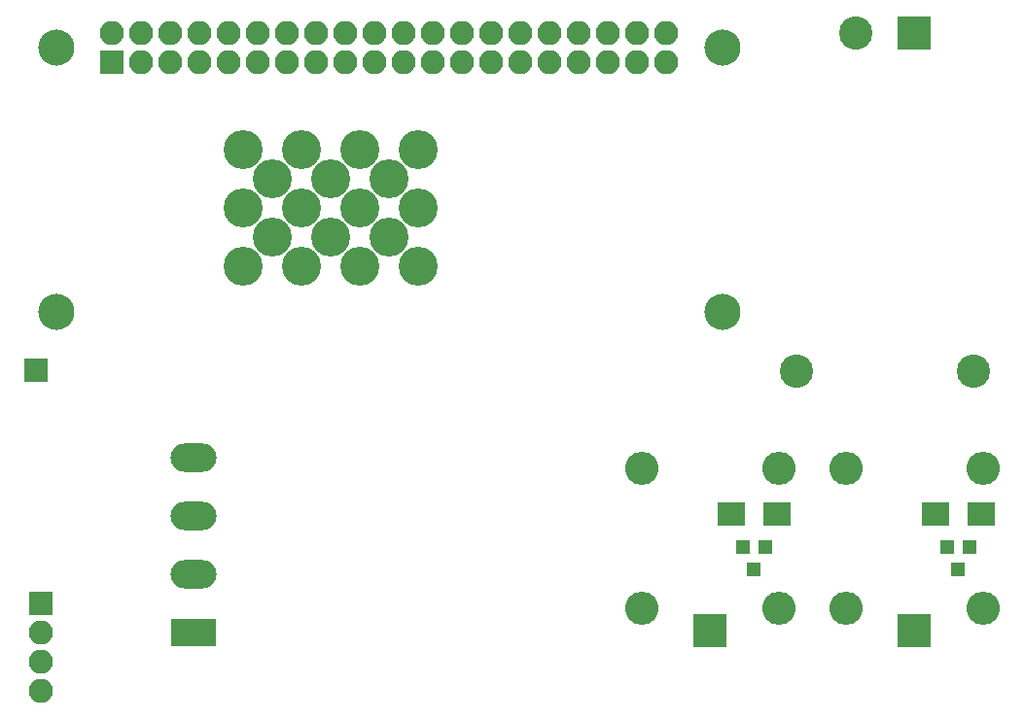
<source format=gbs>
G04 #@! TF.FileFunction,Soldermask,Bot*
%FSLAX46Y46*%
G04 Gerber Fmt 4.6, Leading zero omitted, Abs format (unit mm)*
G04 Created by KiCad (PCBNEW 4.0.7) date Monday 12 March 2018 21:09:51*
%MOMM*%
%LPD*%
G01*
G04 APERTURE LIST*
%ADD10C,0.100000*%
%ADD11R,2.400000X2.100000*%
%ADD12R,2.900000X2.900000*%
%ADD13O,2.900000X2.900000*%
%ADD14R,1.200000X1.300000*%
%ADD15C,2.900000*%
%ADD16R,2.100000X2.100000*%
%ADD17O,2.100000X2.100000*%
%ADD18C,3.400000*%
%ADD19C,3.150000*%
%ADD20R,4.000000X2.480000*%
%ADD21O,4.000000X2.480000*%
G04 APERTURE END LIST*
D10*
D11*
X227870000Y-138430000D03*
X231870000Y-138430000D03*
D12*
X243840000Y-148590000D03*
D13*
X249840000Y-146590000D03*
X249840000Y-134390000D03*
X237840000Y-134390000D03*
X237840000Y-146590000D03*
D12*
X226060000Y-148590000D03*
D13*
X232060000Y-146590000D03*
X232060000Y-134390000D03*
X220060000Y-134390000D03*
X220060000Y-146590000D03*
D14*
X246700000Y-141240000D03*
X248600000Y-141240000D03*
X247650000Y-143240000D03*
X228920000Y-141240000D03*
X230820000Y-141240000D03*
X229870000Y-143240000D03*
D12*
X243760000Y-96520000D03*
D15*
X238760000Y-96520000D03*
X248960000Y-125920000D03*
X233560000Y-125920000D03*
D16*
X167767000Y-146177000D03*
D17*
X167767000Y-148717000D03*
X167767000Y-151257000D03*
X167767000Y-153797000D03*
D16*
X167386000Y-125857000D03*
D18*
X200660000Y-106680000D03*
X200660000Y-116840000D03*
X200660000Y-111760000D03*
X198120000Y-114300000D03*
X198120000Y-109220000D03*
X195580000Y-106680000D03*
X190500000Y-106680000D03*
X185420000Y-106680000D03*
X187960000Y-109220000D03*
X193040000Y-109220000D03*
X195580000Y-111760000D03*
X195580000Y-116840000D03*
X193040000Y-114300000D03*
X190500000Y-111760000D03*
X190500000Y-116840000D03*
X187960000Y-114300000D03*
X185420000Y-111760000D03*
D19*
X227120000Y-120790000D03*
X227120000Y-97790000D03*
X169120000Y-120790000D03*
X169120000Y-97790000D03*
D16*
X173990000Y-99060000D03*
D17*
X173990000Y-96520000D03*
X176530000Y-99060000D03*
X176530000Y-96520000D03*
X179070000Y-99060000D03*
X179070000Y-96520000D03*
X181610000Y-99060000D03*
X181610000Y-96520000D03*
X184150000Y-99060000D03*
X184150000Y-96520000D03*
X186690000Y-99060000D03*
X186690000Y-96520000D03*
X189230000Y-99060000D03*
X189230000Y-96520000D03*
X191770000Y-99060000D03*
X191770000Y-96520000D03*
X194310000Y-99060000D03*
X194310000Y-96520000D03*
X196850000Y-99060000D03*
X196850000Y-96520000D03*
X199390000Y-99060000D03*
X199390000Y-96520000D03*
X201930000Y-99060000D03*
X201930000Y-96520000D03*
X204470000Y-99060000D03*
X204470000Y-96520000D03*
X207010000Y-99060000D03*
X207010000Y-96520000D03*
X209550000Y-99060000D03*
X209550000Y-96520000D03*
X212090000Y-99060000D03*
X212090000Y-96520000D03*
X214630000Y-99060000D03*
X214630000Y-96520000D03*
X217170000Y-99060000D03*
X217170000Y-96520000D03*
X219710000Y-99060000D03*
X219710000Y-96520000D03*
X222250000Y-99060000D03*
X222250000Y-96520000D03*
D19*
X169120000Y-97790000D03*
D18*
X185420000Y-116840000D03*
D20*
X181102000Y-148717000D03*
D21*
X181102000Y-143637000D03*
X181102000Y-138557000D03*
X181102000Y-133477000D03*
D11*
X245650000Y-138430000D03*
X249650000Y-138430000D03*
M02*

</source>
